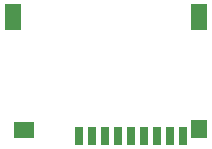
<source format=gbr>
%TF.GenerationSoftware,KiCad,Pcbnew,(5.1.9)-1*%
%TF.CreationDate,2021-02-16T00:19:24-06:00*%
%TF.ProjectId,fujinet-devkit-shield,66756a69-6e65-4742-9d64-65766b69742d,1.0*%
%TF.SameCoordinates,Original*%
%TF.FileFunction,Paste,Top*%
%TF.FilePolarity,Positive*%
%FSLAX46Y46*%
G04 Gerber Fmt 4.6, Leading zero omitted, Abs format (unit mm)*
G04 Created by KiCad (PCBNEW (5.1.9)-1) date 2021-02-16 00:19:24*
%MOMM*%
%LPD*%
G01*
G04 APERTURE LIST*
%ADD10R,1.400000X2.200000*%
%ADD11R,1.800000X1.400000*%
%ADD12R,1.400000X1.600000*%
%ADD13R,0.700000X1.600000*%
G04 APERTURE END LIST*
D10*
%TO.C,P1*%
X125500000Y-61270000D03*
D11*
X126400000Y-70870000D03*
D10*
X141200000Y-61270000D03*
D12*
X141200000Y-70770000D03*
D13*
X139900000Y-71370000D03*
X138800000Y-71370000D03*
X137700000Y-71370000D03*
X136600000Y-71370000D03*
X135500000Y-71370000D03*
X134400000Y-71370000D03*
X133300000Y-71370000D03*
X132200000Y-71370000D03*
X131100000Y-71370000D03*
%TD*%
M02*

</source>
